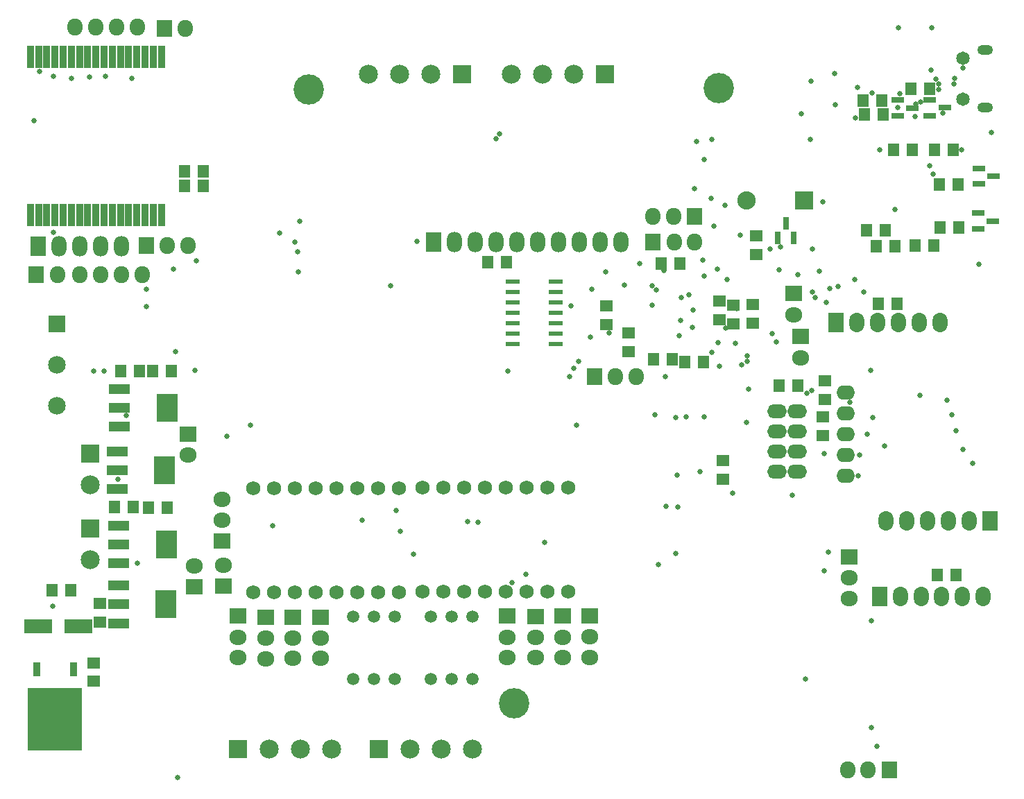
<source format=gbs>
G04*
G04 #@! TF.GenerationSoftware,Altium Limited,Altium Designer,18.1.6 (161)*
G04*
G04 Layer_Color=16711935*
%FSTAX24Y24*%
%MOIN*%
G70*
G01*
G75*
%ADD49R,0.0630X0.0580*%
%ADD52R,0.0580X0.0630*%
%ADD59R,0.0600X0.0300*%
%ADD65C,0.1458*%
%ADD66O,0.0750X0.0480*%
%ADD67C,0.0320*%
%ADD68C,0.0650*%
%ADD69O,0.0730X0.0830*%
%ADD70R,0.0730X0.0830*%
%ADD71O,0.0830X0.0730*%
%ADD72R,0.0830X0.0730*%
%ADD73R,0.0880X0.0880*%
%ADD74C,0.0880*%
%ADD75O,0.0940X0.0680*%
%ADD76C,0.0907*%
%ADD77R,0.0907X0.0907*%
%ADD78O,0.0730X0.0980*%
%ADD79R,0.0730X0.0980*%
%ADD80O,0.0730X0.0930*%
%ADD81R,0.0730X0.0930*%
%ADD82O,0.0730X0.0930*%
%ADD83R,0.0730X0.0930*%
%ADD84R,0.0907X0.0907*%
%ADD85C,0.0680*%
%ADD86C,0.0592*%
%ADD87C,0.0848*%
%ADD88R,0.0848X0.0848*%
%ADD89C,0.0257*%
%ADD117R,0.0370X0.0670*%
%ADD118R,0.2620X0.3040*%
%ADD122R,0.0670X0.0210*%
%ADD125R,0.1320X0.0710*%
%ADD126R,0.1025X0.0474*%
%ADD127R,0.1025X0.1379*%
%ADD128R,0.0336X0.1080*%
%ADD129R,0.0300X0.0600*%
%ADD130O,0.0880X0.0680*%
D49*
X003425Y007868D02*
D03*
Y006969D02*
D03*
X00374Y010709D02*
D03*
Y009809D02*
D03*
X033661Y016698D02*
D03*
Y017598D02*
D03*
X035276Y02748D02*
D03*
Y02838D02*
D03*
X035118Y025079D02*
D03*
Y024179D02*
D03*
X028071Y025034D02*
D03*
Y024134D02*
D03*
X034183Y025054D02*
D03*
Y024154D02*
D03*
X029134Y023735D02*
D03*
Y022835D02*
D03*
X033504Y024356D02*
D03*
Y025256D02*
D03*
X038583Y021417D02*
D03*
Y020517D02*
D03*
X038465Y019685D02*
D03*
Y018785D02*
D03*
D52*
X001423Y011339D02*
D03*
X002323D02*
D03*
X006963Y015315D02*
D03*
X006063D02*
D03*
X00716Y02189D02*
D03*
X00626D02*
D03*
X005624D02*
D03*
X004724D02*
D03*
X005349Y015354D02*
D03*
X004449D02*
D03*
X007795Y031476D02*
D03*
X008695D02*
D03*
X007801Y030787D02*
D03*
X008701D02*
D03*
X023262Y027126D02*
D03*
X022362D02*
D03*
X031591Y027049D02*
D03*
X030691D02*
D03*
X03035Y022441D02*
D03*
X03125D02*
D03*
X03185Y022333D02*
D03*
X03275D02*
D03*
X044882Y012087D02*
D03*
X043982D02*
D03*
X041142Y025118D02*
D03*
X042042D02*
D03*
X036378Y021181D02*
D03*
X037278D02*
D03*
X044994Y02878D02*
D03*
X044094D02*
D03*
X044061Y030866D02*
D03*
X044961D02*
D03*
X041294Y034882D02*
D03*
X040394D02*
D03*
X041378Y034213D02*
D03*
X040478D02*
D03*
X043587Y035453D02*
D03*
X042687D02*
D03*
X041457Y028661D02*
D03*
X040557D02*
D03*
X043819Y027913D02*
D03*
X042919D02*
D03*
X041929Y027874D02*
D03*
X041029D02*
D03*
X044724Y03252D02*
D03*
X043824D02*
D03*
X042756D02*
D03*
X041856D02*
D03*
D59*
X046633Y029094D02*
D03*
X045927Y029469D02*
D03*
Y028719D02*
D03*
X046672Y03126D02*
D03*
X045966Y031635D02*
D03*
Y030885D02*
D03*
X042775Y034528D02*
D03*
X042069Y034903D02*
D03*
Y034153D02*
D03*
X044321Y034537D02*
D03*
X043615Y034912D02*
D03*
Y034162D02*
D03*
D65*
X023622Y005906D02*
D03*
X01378Y035433D02*
D03*
X033465Y035492D02*
D03*
D66*
X04627Y037323D02*
D03*
Y034567D02*
D03*
D67*
X046405Y037323D02*
D03*
X046135D02*
D03*
X046405Y034567D02*
D03*
X046135D02*
D03*
D68*
X045207Y036929D02*
D03*
Y034961D02*
D03*
D69*
X032309Y028071D02*
D03*
X031329D02*
D03*
X031299Y029331D02*
D03*
X030319D02*
D03*
X028508Y021614D02*
D03*
X029488D02*
D03*
X001693Y026535D02*
D03*
X00553Y038406D02*
D03*
X00452D02*
D03*
X00354D02*
D03*
X00253D02*
D03*
X006978Y027913D02*
D03*
X007958D02*
D03*
X007844Y038366D02*
D03*
X002774Y026535D02*
D03*
X003784D02*
D03*
X004764D02*
D03*
X005774D02*
D03*
X040644Y002717D02*
D03*
X039664D02*
D03*
D70*
X030319Y028071D02*
D03*
X032309Y029331D02*
D03*
X027498Y021614D02*
D03*
X000683Y026535D02*
D03*
X005968Y027913D02*
D03*
X006834Y038366D02*
D03*
X041654Y002717D02*
D03*
D71*
X007958Y017848D02*
D03*
X037392Y022533D02*
D03*
X037077Y0246D02*
D03*
X008268Y01252D02*
D03*
X009685Y012559D02*
D03*
X009606Y014734D02*
D03*
Y015714D02*
D03*
X012992Y009051D02*
D03*
Y008071D02*
D03*
X014331Y009051D02*
D03*
Y008071D02*
D03*
X010354Y009094D02*
D03*
Y008114D02*
D03*
X011693Y009045D02*
D03*
Y008065D02*
D03*
X024685Y009084D02*
D03*
Y008104D02*
D03*
X023307Y009094D02*
D03*
Y008114D02*
D03*
X027283Y009108D02*
D03*
Y008128D02*
D03*
X025984Y009094D02*
D03*
Y008114D02*
D03*
X039724Y011943D02*
D03*
Y010963D02*
D03*
D72*
X007958Y018858D02*
D03*
X037392Y023543D02*
D03*
X037077Y02561D02*
D03*
X008268Y01151D02*
D03*
X009685Y011549D02*
D03*
X009606Y013724D02*
D03*
X012992Y010061D02*
D03*
X014331D02*
D03*
X010354Y010104D02*
D03*
X011693Y010055D02*
D03*
X024685Y010094D02*
D03*
X023307Y010104D02*
D03*
X027283Y010118D02*
D03*
X025984Y010104D02*
D03*
X039724Y012953D02*
D03*
D73*
X037581Y030089D02*
D03*
D74*
X034793D02*
D03*
D75*
X036276Y019961D02*
D03*
X037244D02*
D03*
X036276Y018992D02*
D03*
X037244D02*
D03*
X036276Y018024D02*
D03*
X037244D02*
D03*
X036276Y017055D02*
D03*
X037244D02*
D03*
D76*
X023514Y036165D02*
D03*
X025014D02*
D03*
X026514D02*
D03*
X016648D02*
D03*
X018148D02*
D03*
X019648D02*
D03*
X003258Y012833D02*
D03*
X003255Y016415D02*
D03*
X02162Y00373D02*
D03*
X02012D02*
D03*
X01862D02*
D03*
X014878D02*
D03*
X013378D02*
D03*
X011878D02*
D03*
D77*
X028014Y036165D02*
D03*
X021148D02*
D03*
X01712Y00373D02*
D03*
X010378D02*
D03*
D78*
X028764Y028071D02*
D03*
X027764D02*
D03*
X025764D02*
D03*
X023764D02*
D03*
X020764D02*
D03*
X021764D02*
D03*
X022764D02*
D03*
X024764D02*
D03*
X026764D02*
D03*
X004756Y027874D02*
D03*
X001756D02*
D03*
X002756D02*
D03*
X003756D02*
D03*
D79*
X019764Y028071D02*
D03*
X000756Y027874D02*
D03*
D80*
X042512Y014685D02*
D03*
X045512D02*
D03*
X044512D02*
D03*
X043512D02*
D03*
X041512D02*
D03*
D81*
X046512D02*
D03*
D82*
X04411Y024232D02*
D03*
X04311D02*
D03*
X04211D02*
D03*
X04111D02*
D03*
X04011D02*
D03*
X046154Y011063D02*
D03*
X045165D02*
D03*
X044177D02*
D03*
X043189D02*
D03*
X042201D02*
D03*
D83*
X03911Y024232D02*
D03*
X041213Y011063D02*
D03*
D84*
X003258Y014333D02*
D03*
X003255Y017915D02*
D03*
D85*
X011118Y01626D02*
D03*
Y01126D02*
D03*
X012118D02*
D03*
X013118D02*
D03*
X014118D02*
D03*
X015118D02*
D03*
X016118D02*
D03*
X017118D02*
D03*
X018118D02*
D03*
Y01626D02*
D03*
X017118D02*
D03*
X016118D02*
D03*
X015118D02*
D03*
X014118D02*
D03*
X013118D02*
D03*
X012118D02*
D03*
X026228Y011299D02*
D03*
Y016299D02*
D03*
X025228D02*
D03*
X024228D02*
D03*
X023228D02*
D03*
X022228D02*
D03*
X021228D02*
D03*
X020228D02*
D03*
X019228D02*
D03*
Y011299D02*
D03*
X020228D02*
D03*
X021228D02*
D03*
X022228D02*
D03*
X023228D02*
D03*
X024228D02*
D03*
X025228D02*
D03*
D86*
X01589Y010083D02*
D03*
X01689D02*
D03*
X01789D02*
D03*
Y007083D02*
D03*
X01689D02*
D03*
X01589D02*
D03*
X01963Y010083D02*
D03*
X02063D02*
D03*
X02163D02*
D03*
Y007083D02*
D03*
X02063D02*
D03*
X01963D02*
D03*
D87*
X001681Y022176D02*
D03*
Y020208D02*
D03*
D88*
Y024145D02*
D03*
D89*
X003425Y02188D02*
D03*
X003937D02*
D03*
X040423Y025683D02*
D03*
X039213Y025965D02*
D03*
X038809Y025837D02*
D03*
X034834Y022619D02*
D03*
X034843Y022352D02*
D03*
X034578Y022176D02*
D03*
X036222Y023269D02*
D03*
X002323Y011339D02*
D03*
X039553Y019872D02*
D03*
X038459Y018785D02*
D03*
X018986Y02811D02*
D03*
X032244Y024813D02*
D03*
X034803Y019409D02*
D03*
X039783Y020374D02*
D03*
X032583Y017057D02*
D03*
X032293Y03064D02*
D03*
X030846Y026707D02*
D03*
X004724Y02189D02*
D03*
X00748Y002362D02*
D03*
X007274Y026801D02*
D03*
X013258Y026654D02*
D03*
X012381Y028521D02*
D03*
X013118Y028071D02*
D03*
X013246Y027611D02*
D03*
X017717Y025984D02*
D03*
X023622Y005906D02*
D03*
X000827Y03627D02*
D03*
X000571Y033907D02*
D03*
X033421Y023238D02*
D03*
X033809Y023967D02*
D03*
X005984Y02498D02*
D03*
X042158Y035218D02*
D03*
X042938Y034714D02*
D03*
X043181Y034834D02*
D03*
X005959Y02581D02*
D03*
X005551Y012638D02*
D03*
X004596Y016693D02*
D03*
X00501Y019745D02*
D03*
X008297Y021929D02*
D03*
X027303Y023514D02*
D03*
X029124Y02373D02*
D03*
X030276Y025994D02*
D03*
X044252Y034291D02*
D03*
X042894Y034104D02*
D03*
X042057Y034557D02*
D03*
X045209Y036458D02*
D03*
X043681Y036358D02*
D03*
X043691Y038386D02*
D03*
X042087D02*
D03*
X031654Y025404D02*
D03*
X032028Y025561D02*
D03*
X036429Y027856D02*
D03*
X035925Y027736D02*
D03*
X034183Y024154D02*
D03*
X035108Y024183D02*
D03*
X03185Y022333D02*
D03*
X026722Y022362D02*
D03*
X03314Y022795D02*
D03*
X04312Y020709D02*
D03*
X036378Y021181D02*
D03*
X040876Y019646D02*
D03*
X001516Y028563D02*
D03*
X008711Y030778D02*
D03*
X008695Y031476D02*
D03*
X012037Y014439D02*
D03*
X017953Y015187D02*
D03*
X01817Y014193D02*
D03*
X031624Y024331D02*
D03*
X032215Y023996D02*
D03*
X031557Y023583D02*
D03*
X02819Y023712D02*
D03*
X029656Y027049D02*
D03*
X030284Y025049D02*
D03*
X030896Y021614D02*
D03*
X023327Y02188D02*
D03*
X026496Y022028D02*
D03*
X022756Y033041D02*
D03*
X013337Y029075D02*
D03*
X026378Y025034D02*
D03*
X03047Y025783D02*
D03*
X027362Y025817D02*
D03*
X038524Y012293D02*
D03*
X03873Y013199D02*
D03*
X036998Y015915D02*
D03*
X038543Y017913D02*
D03*
X034911Y021024D02*
D03*
X033496Y022127D02*
D03*
X036038Y023691D02*
D03*
X037709Y020818D02*
D03*
X040787Y004764D02*
D03*
X041063Y003868D02*
D03*
X009833Y01875D02*
D03*
X046585Y033366D02*
D03*
X04002Y034065D02*
D03*
X037431Y034262D02*
D03*
X040138Y035522D02*
D03*
X041949Y029656D02*
D03*
X041476Y028661D02*
D03*
X043839Y027894D02*
D03*
X041919Y027874D02*
D03*
X039075Y034695D02*
D03*
X044815Y035947D02*
D03*
X044035Y035699D02*
D03*
X044783Y035689D02*
D03*
X04389Y035927D02*
D03*
X045148Y03253D02*
D03*
X044026Y035413D02*
D03*
X042756Y03252D02*
D03*
X041201Y03251D02*
D03*
X04378Y031368D02*
D03*
X043612Y031752D02*
D03*
X040848Y035257D02*
D03*
X04264Y035415D02*
D03*
X040768Y021929D02*
D03*
X040423Y034872D02*
D03*
X037904Y035807D02*
D03*
X039035Y036191D02*
D03*
X008366Y027188D02*
D03*
X022933Y033278D02*
D03*
X033228Y028858D02*
D03*
X030401Y019774D02*
D03*
X026644Y019282D02*
D03*
X041437Y018297D02*
D03*
X038307Y026683D02*
D03*
X038622Y025197D02*
D03*
X03378Y029843D02*
D03*
X03811Y025433D02*
D03*
X040591Y018858D02*
D03*
X040242Y017858D02*
D03*
X040177Y016841D02*
D03*
X044429Y020482D02*
D03*
X044656Y019774D02*
D03*
X044882Y019006D02*
D03*
X045669Y017441D02*
D03*
X045197Y01812D02*
D03*
X031476Y0169D02*
D03*
X030581Y012579D02*
D03*
X030932Y015384D02*
D03*
X031388Y01313D02*
D03*
X031506Y015354D02*
D03*
X021398Y014646D02*
D03*
X025108Y013661D02*
D03*
X0219Y014606D02*
D03*
X023525Y011733D02*
D03*
X024209Y012126D02*
D03*
X031407Y019656D02*
D03*
X031909Y019695D02*
D03*
X032782Y019685D02*
D03*
X010974Y019291D02*
D03*
X001457Y010591D02*
D03*
X036378Y026752D02*
D03*
X032717Y027205D02*
D03*
X034259Y023213D02*
D03*
X03275Y022333D02*
D03*
X033418Y026801D02*
D03*
X033504Y025285D02*
D03*
X033671Y017608D02*
D03*
X034136Y016004D02*
D03*
X037943Y020955D02*
D03*
X037972Y025683D02*
D03*
X04001Y02627D02*
D03*
X037264Y026535D02*
D03*
X034352Y024883D02*
D03*
X033865Y026273D02*
D03*
X032782Y026457D02*
D03*
X035226Y025089D02*
D03*
X034488Y028435D02*
D03*
X032411Y032904D02*
D03*
X03312Y033031D02*
D03*
X032785Y032047D02*
D03*
X0331Y030177D02*
D03*
X031604Y027018D02*
D03*
X037963Y027766D02*
D03*
X038484Y03002D02*
D03*
X037854Y033031D02*
D03*
X028937Y026024D02*
D03*
X028092Y025011D02*
D03*
X03125Y022441D02*
D03*
X037638Y007083D02*
D03*
X026299Y021614D02*
D03*
X006929Y013543D02*
D03*
X005276Y035939D02*
D03*
X002362Y035945D02*
D03*
X001496Y036043D02*
D03*
X003228Y036024D02*
D03*
X004016Y036043D02*
D03*
X028031Y026654D02*
D03*
X040787Y009882D02*
D03*
X045984Y027008D02*
D03*
X029134Y022868D02*
D03*
X007362Y022835D02*
D03*
X016339Y014734D02*
D03*
X018819Y013071D02*
D03*
D117*
X000689Y007562D02*
D03*
X002461D02*
D03*
D118*
X001575Y005157D02*
D03*
D122*
X025622Y026185D02*
D03*
Y025685D02*
D03*
Y025185D02*
D03*
Y024685D02*
D03*
Y024185D02*
D03*
Y023685D02*
D03*
Y023185D02*
D03*
X023572D02*
D03*
Y023685D02*
D03*
Y024185D02*
D03*
Y024685D02*
D03*
Y025185D02*
D03*
Y025685D02*
D03*
Y026185D02*
D03*
D125*
X002697Y009606D02*
D03*
X000768D02*
D03*
D126*
X004632Y009764D02*
D03*
Y010669D02*
D03*
Y011575D02*
D03*
X004646Y012638D02*
D03*
Y013543D02*
D03*
Y014449D02*
D03*
X004685Y019213D02*
D03*
Y020118D02*
D03*
Y021024D02*
D03*
X004567Y01622D02*
D03*
Y017126D02*
D03*
Y018032D02*
D03*
D127*
X006916Y010669D02*
D03*
X006929Y013543D02*
D03*
X006969Y020118D02*
D03*
X00685Y017126D02*
D03*
D128*
X000394Y02937D02*
D03*
X000787D02*
D03*
X001181D02*
D03*
X001575D02*
D03*
X001969D02*
D03*
X002362D02*
D03*
X002756D02*
D03*
X00315D02*
D03*
X003543D02*
D03*
X003937D02*
D03*
X004331D02*
D03*
X004724D02*
D03*
X005118D02*
D03*
X005512D02*
D03*
X005906D02*
D03*
X006299D02*
D03*
X006693D02*
D03*
Y036969D02*
D03*
X006299D02*
D03*
X005906D02*
D03*
X005512D02*
D03*
X005118D02*
D03*
X004724D02*
D03*
X004331D02*
D03*
X003937D02*
D03*
X003543D02*
D03*
X00315D02*
D03*
X002756D02*
D03*
X002362D02*
D03*
X001969D02*
D03*
X001575D02*
D03*
X001181D02*
D03*
X000787D02*
D03*
X000394D02*
D03*
D129*
X036693Y028995D02*
D03*
X036318Y028289D02*
D03*
X037068D02*
D03*
D130*
X039567Y016858D02*
D03*
Y017858D02*
D03*
Y018858D02*
D03*
Y019858D02*
D03*
Y020858D02*
D03*
M02*

</source>
